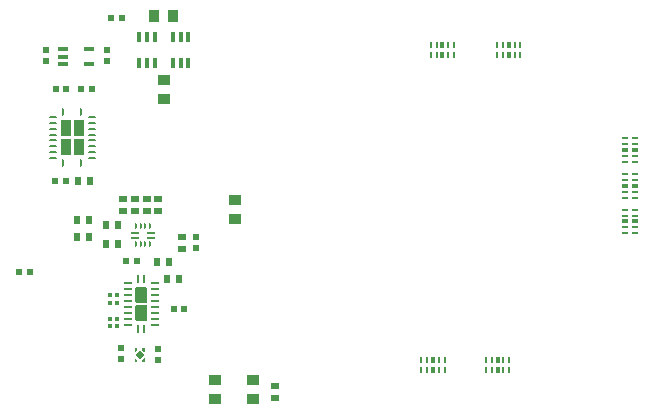
<source format=gbp>
G04*
G04 #@! TF.GenerationSoftware,Altium Limited,Altium Designer,20.0.13 (296)*
G04*
G04 Layer_Color=128*
%FSLAX44Y44*%
%MOMM*%
G71*
G01*
G75*
%ADD16R,1.0000X0.9000*%
%ADD25R,0.5500X0.6500*%
G04:AMPARAMS|DCode=83|XSize=0.2mm|YSize=0.565mm|CornerRadius=0.05mm|HoleSize=0mm|Usage=FLASHONLY|Rotation=180.000|XOffset=0mm|YOffset=0mm|HoleType=Round|Shape=RoundedRectangle|*
%AMROUNDEDRECTD83*
21,1,0.2000,0.4650,0,0,180.0*
21,1,0.1000,0.5650,0,0,180.0*
1,1,0.1000,-0.0500,0.2325*
1,1,0.1000,0.0500,0.2325*
1,1,0.1000,0.0500,-0.2325*
1,1,0.1000,-0.0500,-0.2325*
%
%ADD83ROUNDEDRECTD83*%
G04:AMPARAMS|DCode=84|XSize=0.4mm|YSize=0.565mm|CornerRadius=0.05mm|HoleSize=0mm|Usage=FLASHONLY|Rotation=180.000|XOffset=0mm|YOffset=0mm|HoleType=Round|Shape=RoundedRectangle|*
%AMROUNDEDRECTD84*
21,1,0.4000,0.4650,0,0,180.0*
21,1,0.3000,0.5650,0,0,180.0*
1,1,0.1000,-0.1500,0.2325*
1,1,0.1000,0.1500,0.2325*
1,1,0.1000,0.1500,-0.2325*
1,1,0.1000,-0.1500,-0.2325*
%
%ADD84ROUNDEDRECTD84*%
G04:AMPARAMS|DCode=85|XSize=0.2mm|YSize=0.565mm|CornerRadius=0.05mm|HoleSize=0mm|Usage=FLASHONLY|Rotation=270.000|XOffset=0mm|YOffset=0mm|HoleType=Round|Shape=RoundedRectangle|*
%AMROUNDEDRECTD85*
21,1,0.2000,0.4650,0,0,270.0*
21,1,0.1000,0.5650,0,0,270.0*
1,1,0.1000,-0.2325,-0.0500*
1,1,0.1000,-0.2325,0.0500*
1,1,0.1000,0.2325,0.0500*
1,1,0.1000,0.2325,-0.0500*
%
%ADD85ROUNDEDRECTD85*%
G04:AMPARAMS|DCode=86|XSize=0.4mm|YSize=0.565mm|CornerRadius=0.05mm|HoleSize=0mm|Usage=FLASHONLY|Rotation=270.000|XOffset=0mm|YOffset=0mm|HoleType=Round|Shape=RoundedRectangle|*
%AMROUNDEDRECTD86*
21,1,0.4000,0.4650,0,0,270.0*
21,1,0.3000,0.5650,0,0,270.0*
1,1,0.1000,-0.2325,-0.1500*
1,1,0.1000,-0.2325,0.1500*
1,1,0.1000,0.2325,0.1500*
1,1,0.1000,0.2325,-0.1500*
%
%ADD86ROUNDEDRECTD86*%
%ADD87R,0.6200X0.6200*%
%ADD88R,0.6200X0.6200*%
%ADD89R,0.1500X0.1500*%
%ADD90P,0.6788X4X90.0*%
%ADD91R,0.1500X0.1500*%
%ADD92R,0.6500X0.5500*%
%ADD93R,0.9000X1.0000*%
G04:AMPARAMS|DCode=94|XSize=0.24mm|YSize=0.6mm|CornerRadius=0.06mm|HoleSize=0mm|Usage=FLASHONLY|Rotation=90.000|XOffset=0mm|YOffset=0mm|HoleType=Round|Shape=RoundedRectangle|*
%AMROUNDEDRECTD94*
21,1,0.2400,0.4800,0,0,90.0*
21,1,0.1200,0.6000,0,0,90.0*
1,1,0.1200,0.2400,0.0600*
1,1,0.1200,0.2400,-0.0600*
1,1,0.1200,-0.2400,-0.0600*
1,1,0.1200,-0.2400,0.0600*
%
%ADD94ROUNDEDRECTD94*%
G04:AMPARAMS|DCode=95|XSize=0.25mm|YSize=0.65mm|CornerRadius=0.0625mm|HoleSize=0mm|Usage=FLASHONLY|Rotation=0.000|XOffset=0mm|YOffset=0mm|HoleType=Round|Shape=RoundedRectangle|*
%AMROUNDEDRECTD95*
21,1,0.2500,0.5250,0,0,0.0*
21,1,0.1250,0.6500,0,0,0.0*
1,1,0.1250,0.0625,-0.2625*
1,1,0.1250,-0.0625,-0.2625*
1,1,0.1250,-0.0625,0.2625*
1,1,0.1250,0.0625,0.2625*
%
%ADD95ROUNDEDRECTD95*%
%ADD97R,0.3500X0.8500*%
%ADD98R,0.3600X0.3200*%
G04:AMPARAMS|DCode=100|XSize=0.25mm|YSize=0.6mm|CornerRadius=0.025mm|HoleSize=0mm|Usage=FLASHONLY|Rotation=90.000|XOffset=0mm|YOffset=0mm|HoleType=Round|Shape=RoundedRectangle|*
%AMROUNDEDRECTD100*
21,1,0.2500,0.5500,0,0,90.0*
21,1,0.2000,0.6000,0,0,90.0*
1,1,0.0500,0.2750,0.1000*
1,1,0.0500,0.2750,-0.1000*
1,1,0.0500,-0.2750,-0.1000*
1,1,0.0500,-0.2750,0.1000*
%
%ADD100ROUNDEDRECTD100*%
G04:AMPARAMS|DCode=102|XSize=0.25mm|YSize=0.6mm|CornerRadius=0.025mm|HoleSize=0mm|Usage=FLASHONLY|Rotation=180.000|XOffset=0mm|YOffset=0mm|HoleType=Round|Shape=RoundedRectangle|*
%AMROUNDEDRECTD102*
21,1,0.2500,0.5500,0,0,180.0*
21,1,0.2000,0.6000,0,0,180.0*
1,1,0.0500,-0.1000,0.2750*
1,1,0.0500,0.1000,0.2750*
1,1,0.0500,0.1000,-0.2750*
1,1,0.0500,-0.1000,-0.2750*
%
%ADD102ROUNDEDRECTD102*%
G04:AMPARAMS|DCode=103|XSize=0.2mm|YSize=0.5mm|CornerRadius=0.05mm|HoleSize=0mm|Usage=FLASHONLY|Rotation=0.000|XOffset=0mm|YOffset=0mm|HoleType=Round|Shape=RoundedRectangle|*
%AMROUNDEDRECTD103*
21,1,0.2000,0.4000,0,0,0.0*
21,1,0.1000,0.5000,0,0,0.0*
1,1,0.1000,0.0500,-0.2000*
1,1,0.1000,-0.0500,-0.2000*
1,1,0.1000,-0.0500,0.2000*
1,1,0.1000,0.0500,0.2000*
%
%ADD103ROUNDEDRECTD103*%
G04:AMPARAMS|DCode=104|XSize=0.2mm|YSize=0.7mm|CornerRadius=0.05mm|HoleSize=0mm|Usage=FLASHONLY|Rotation=90.000|XOffset=0mm|YOffset=0mm|HoleType=Round|Shape=RoundedRectangle|*
%AMROUNDEDRECTD104*
21,1,0.2000,0.6000,0,0,90.0*
21,1,0.1000,0.7000,0,0,90.0*
1,1,0.1000,0.3000,0.0500*
1,1,0.1000,0.3000,-0.0500*
1,1,0.1000,-0.3000,-0.0500*
1,1,0.1000,-0.3000,0.0500*
%
%ADD104ROUNDEDRECTD104*%
%ADD127R,0.9200X1.3300*%
%ADD128R,0.8500X0.3500*%
G36*
X125567Y131848D02*
X125848Y131567D01*
X126000Y131199D01*
Y131000D01*
Y120000D01*
Y119801D01*
X125848Y119434D01*
X125567Y119152D01*
X125199Y119000D01*
X116801D01*
X116434Y119152D01*
X116152Y119434D01*
X116000Y119801D01*
Y120000D01*
Y131000D01*
Y131199D01*
X116152Y131567D01*
X116434Y131848D01*
X116801Y132000D01*
X125199D01*
X125567Y131848D01*
D02*
G37*
G36*
Y116848D02*
X125848Y116567D01*
X126000Y116199D01*
Y116000D01*
Y105000D01*
Y104801D01*
X125848Y104434D01*
X125567Y104152D01*
X125199Y104000D01*
X116801D01*
X116434Y104152D01*
X116152Y104434D01*
X116000Y104801D01*
Y105000D01*
Y116000D01*
Y116199D01*
X116152Y116567D01*
X116434Y116848D01*
X116801Y117000D01*
X125199D01*
X125567Y116848D01*
D02*
G37*
G36*
X124000Y77400D02*
X123700D01*
X121900Y79200D01*
Y81000D01*
X124000D01*
Y77400D01*
D02*
G37*
G36*
X117500Y79200D02*
X115700Y77400D01*
X115400D01*
Y81000D01*
X117500D01*
Y79200D01*
D02*
G37*
G36*
X124000Y68800D02*
X121900D01*
Y70600D01*
X123700Y72400D01*
X124000D01*
Y68800D01*
D02*
G37*
G36*
X117500Y70600D02*
Y68800D01*
X115400D01*
Y72400D01*
X115700D01*
X117500Y70600D01*
D02*
G37*
D16*
X200000Y206000D02*
D03*
Y190000D02*
D03*
X139909Y307543D02*
D03*
Y291543D02*
D03*
X215326Y37712D02*
D03*
Y53712D02*
D03*
X183326Y37712D02*
D03*
Y53712D02*
D03*
D25*
X67500Y222500D02*
D03*
X77500D02*
D03*
X143000Y139000D02*
D03*
X153000D02*
D03*
X134501Y153249D02*
D03*
X144501D02*
D03*
X91000Y169000D02*
D03*
X101000D02*
D03*
X91000Y185000D02*
D03*
X101000D02*
D03*
X77000Y175000D02*
D03*
X67000D02*
D03*
X77000Y189000D02*
D03*
X67000D02*
D03*
D83*
X432656Y62065D02*
D03*
X427656D02*
D03*
X417656D02*
D03*
X412656D02*
D03*
Y70415D02*
D03*
X417656D02*
D03*
X427656D02*
D03*
X432656D02*
D03*
X377792Y62065D02*
D03*
X372792D02*
D03*
X362792D02*
D03*
X357792D02*
D03*
Y70415D02*
D03*
X362792D02*
D03*
X372792D02*
D03*
X377792D02*
D03*
X422085Y337315D02*
D03*
X427085D02*
D03*
X437085D02*
D03*
X442086D02*
D03*
Y328965D02*
D03*
X437085D02*
D03*
X427085D02*
D03*
X422085D02*
D03*
X366014Y337312D02*
D03*
X371014D02*
D03*
X381014D02*
D03*
X386014D02*
D03*
Y328962D02*
D03*
X381014D02*
D03*
X371014D02*
D03*
X366014D02*
D03*
D84*
X422656Y62065D02*
D03*
Y70415D02*
D03*
X367792Y62065D02*
D03*
Y70415D02*
D03*
X432085Y337315D02*
D03*
Y328965D02*
D03*
X376014Y337312D02*
D03*
Y328962D02*
D03*
D85*
X538675Y197850D02*
D03*
Y192850D02*
D03*
Y182850D02*
D03*
Y177850D02*
D03*
X530325D02*
D03*
Y182850D02*
D03*
Y192850D02*
D03*
Y197850D02*
D03*
X538675Y227787D02*
D03*
Y222787D02*
D03*
Y212787D02*
D03*
Y207787D02*
D03*
X530325D02*
D03*
Y212787D02*
D03*
Y222787D02*
D03*
Y227787D02*
D03*
X538675Y258381D02*
D03*
Y253381D02*
D03*
Y243381D02*
D03*
Y238381D02*
D03*
X530325D02*
D03*
Y243381D02*
D03*
Y253381D02*
D03*
Y258381D02*
D03*
D86*
X538675Y187850D02*
D03*
X530325D02*
D03*
X538675Y217787D02*
D03*
X530325D02*
D03*
X538675Y248381D02*
D03*
X530325D02*
D03*
D87*
X95500Y360000D02*
D03*
X104500D02*
D03*
X70000Y300000D02*
D03*
X79000D02*
D03*
X57500D02*
D03*
X48500D02*
D03*
X48000Y222500D02*
D03*
X57000D02*
D03*
X157336Y113538D02*
D03*
X148336D02*
D03*
X117001Y154249D02*
D03*
X108001D02*
D03*
X17701Y145210D02*
D03*
X26701D02*
D03*
D88*
X103700Y80400D02*
D03*
Y71400D02*
D03*
X135000Y70500D02*
D03*
Y79500D02*
D03*
X40000Y333000D02*
D03*
Y324000D02*
D03*
X92000Y333000D02*
D03*
Y324000D02*
D03*
X167008Y165335D02*
D03*
Y174335D02*
D03*
D89*
X116400Y69800D02*
D03*
X123000D02*
D03*
X116400Y80000D02*
D03*
D90*
X119700Y74900D02*
D03*
D91*
X123000Y80000D02*
D03*
D92*
X125501Y196499D02*
D03*
Y206499D02*
D03*
X234316Y48680D02*
D03*
Y38680D02*
D03*
X105501Y196499D02*
D03*
Y206499D02*
D03*
X115501Y196499D02*
D03*
Y206499D02*
D03*
X155525Y164706D02*
D03*
Y174706D02*
D03*
X135501Y206499D02*
D03*
Y196499D02*
D03*
D93*
X147954Y361950D02*
D03*
X131954D02*
D03*
D94*
X46000Y276500D02*
D03*
X79000Y241500D02*
D03*
X46000Y271500D02*
D03*
Y266500D02*
D03*
Y261500D02*
D03*
Y256500D02*
D03*
Y251500D02*
D03*
Y246500D02*
D03*
Y241500D02*
D03*
X79000Y246500D02*
D03*
Y251500D02*
D03*
Y256500D02*
D03*
Y261500D02*
D03*
Y266500D02*
D03*
Y271500D02*
D03*
Y276500D02*
D03*
D95*
X70000Y237500D02*
D03*
X55000D02*
D03*
X70000Y280500D02*
D03*
X55000D02*
D03*
D97*
X119484Y344168D02*
D03*
X125984D02*
D03*
X132484D02*
D03*
Y322168D02*
D03*
X125984D02*
D03*
X119484D02*
D03*
X147932Y344168D02*
D03*
X154432D02*
D03*
X160932D02*
D03*
Y322168D02*
D03*
X154432D02*
D03*
X147932D02*
D03*
D98*
X100301Y125249D02*
D03*
X94701D02*
D03*
X100301Y119249D02*
D03*
X94701D02*
D03*
X100301Y105249D02*
D03*
X94701D02*
D03*
X100301Y99249D02*
D03*
X94701D02*
D03*
D100*
X132500Y125500D02*
D03*
Y130500D02*
D03*
Y105500D02*
D03*
Y110500D02*
D03*
Y135500D02*
D03*
Y120500D02*
D03*
Y115500D02*
D03*
Y100500D02*
D03*
X109500Y105500D02*
D03*
Y100500D02*
D03*
Y125500D02*
D03*
Y120500D02*
D03*
Y115500D02*
D03*
Y110500D02*
D03*
Y135500D02*
D03*
Y130500D02*
D03*
D102*
X123500Y96500D02*
D03*
X118500D02*
D03*
Y139500D02*
D03*
X123500D02*
D03*
D103*
X116502Y168748D02*
D03*
X120502D02*
D03*
X124502D02*
D03*
X128502D02*
D03*
Y183748D02*
D03*
X124502D02*
D03*
X120502D02*
D03*
X116502D02*
D03*
D104*
X129002Y174249D02*
D03*
Y178249D02*
D03*
X116002D02*
D03*
Y174249D02*
D03*
D127*
X68100Y251301D02*
D03*
X56900D02*
D03*
X68100Y266699D02*
D03*
X56900D02*
D03*
D128*
X77000Y334000D02*
D03*
X55000D02*
D03*
X77000Y321000D02*
D03*
X55000D02*
D03*
Y327500D02*
D03*
M02*

</source>
